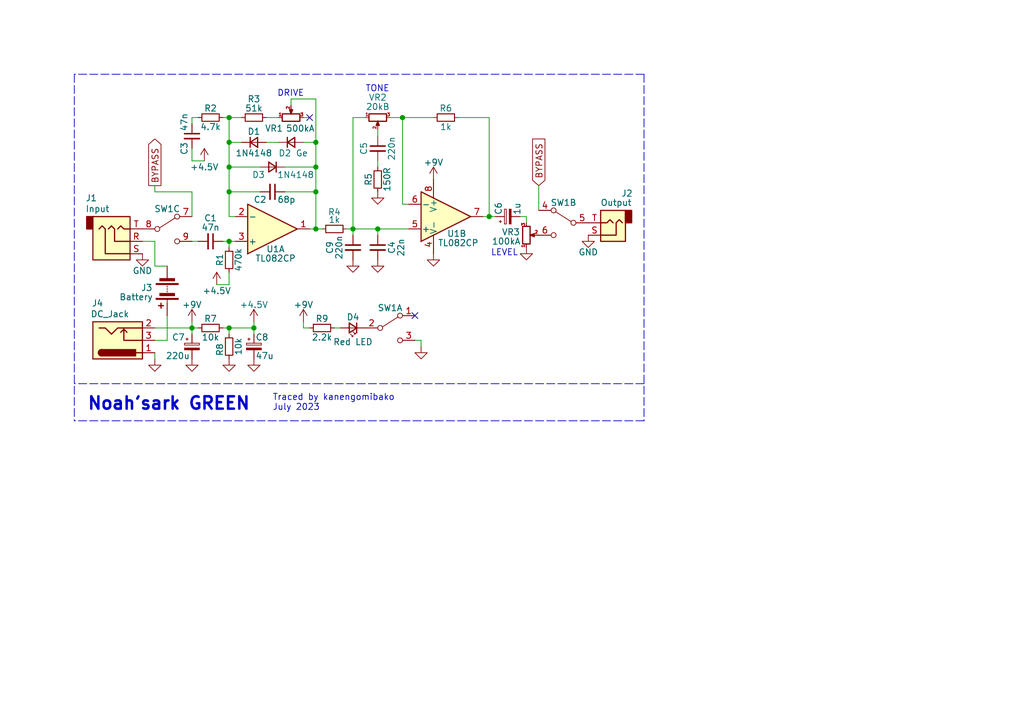
<source format=kicad_sch>
(kicad_sch (version 20230121) (generator eeschema)
  (paper "A5")
  (lib_symbols
    (symbol "Amplifier_Operational:TL082" (pin_names (offset 0.127))
      (property "Reference" "U" (at 0 5.08 0))
      (property "Value" "TL082" (at 0 -5.08 0))
      (symbol "TL082_1_1"
        (polyline (pts (xy -5.08 5.08) (xy 5.08 0) (xy -5.08 -5.08) (xy -5.08 5.08)) (stroke (width 0.254)) (fill (type background)))
        (pin output line (at 7.62 0 180) (length 2.54) (name "~") (number "1"))
        (pin input line (at -7.62 -2.54 0) (length 2.54) (name "-") (number "2"))
        (pin input line (at -7.62 2.54 0) (length 2.54) (name "+") (number "3"))
      )
      (symbol "TL082_2_1"
        (polyline (pts (xy -5.08 5.08) (xy 5.08 0) (xy -5.08 -5.08) (xy -5.08 5.08)) (stroke (width 0.254)) (fill (type background)))
        (pin input line (at -7.62 2.54 0) (length 2.54) (name "+") (number "5"))
        (pin input line (at -7.62 -2.54 0) (length 2.54) (name "-") (number "6"))
        (pin output line (at 7.62 0 180) (length 2.54) (name "~") (number "7"))
      )
      (symbol "TL082_3_1"
        (pin power_in line (at -2.54 -7.62 90) (length 3.81) (name "V-") (number "4"))
        (pin power_in line (at -2.54 7.62 270) (length 3.81) (name "V+") (number "8"))
      )
    )
    (symbol "Connector:Barrel_Jack_Switch" (pin_names hide)
      (property "Reference" "J" (at 0 5.334 0))
      (property "Value" "Barrel_Jack_Switch" (at 0 -5.08 0))
      (symbol "Barrel_Jack_Switch_0_1"
        (rectangle (start -5.08 3.81) (end 5.08 -3.81) (stroke (width 0.254)) (fill (type background)))
        (arc (start -3.302 3.175) (mid -3.9343 2.54) (end -3.302 1.905) (stroke (width 0.254)))
        (arc (start -3.302 3.175) (mid -3.9343 2.54) (end -3.302 1.905) (stroke (width 0.254)) (fill (type outline)))
        (polyline (pts (xy 1.27 -2.286) (xy 1.905 -1.651)) (stroke (width 0.254)))
        (polyline (pts (xy 5.08 2.54) (xy 3.81 2.54)) (stroke (width 0.254)))
        (polyline (pts (xy 5.08 0) (xy 1.27 0) (xy 1.27 -2.286) (xy 0.635 -1.651)) (stroke (width 0.254)))
        (polyline (pts (xy -3.81 -2.54) (xy -2.54 -2.54) (xy -1.27 -1.27) (xy 0 -2.54) (xy 2.54 -2.54) (xy 5.08 -2.54)) (stroke (width 0.254)))
        (rectangle (start 3.683 3.175) (end -3.302 1.905) (stroke (width 0.254)) (fill (type outline)))
      )
      (symbol "Barrel_Jack_Switch_1_1"
        (pin passive line (at 7.62 2.54 180) (length 2.54) (name "~") (number "1"))
        (pin passive line (at 7.62 -2.54 180) (length 2.54) (name "~") (number "2"))
        (pin passive line (at 7.62 0 180) (length 2.54) (name "~") (number "3"))
      )
    )
    (symbol "Connector_Audio:AudioJack2"
      (property "Reference" "J" (at 0 8.89 0))
      (property "Value" "AudioJack2" (at 0 6.35 0))
      (symbol "AudioJack2_0_1"
        (rectangle (start -3.81 0) (end -2.54 -2.54) (stroke (width 0.254)) (fill (type outline)))
        (rectangle (start -2.54 3.81) (end 2.54 -2.54) (stroke (width 0.254)) (fill (type background)))
        (polyline (pts (xy 0 0) (xy 0.635 -0.635) (xy 1.27 0) (xy 2.54 0)) (stroke (width 0.254)))
        (polyline (pts (xy 2.54 2.54) (xy -0.635 2.54) (xy -0.635 0) (xy -1.27 -0.635) (xy -1.905 0)) (stroke (width 0.254)))
      )
      (symbol "AudioJack2_1_1"
        (pin passive line (at 5.08 2.54 180) (length 2.54) (name "~") (number "S"))
        (pin passive line (at 5.08 0 180) (length 2.54) (name "~") (number "T"))
      )
    )
    (symbol "Connector_Audio:AudioJack3"
      (property "Reference" "J" (at 0 8.89 0))
      (property "Value" "AudioJack3" (at 0 6.35 0))
      (symbol "AudioJack3_0_1"
        (rectangle (start -5.08 -5.08) (end -6.35 -2.54) (stroke (width 0.254)) (fill (type outline)))
        (polyline (pts (xy 0 -2.54) (xy 0.635 -3.175) (xy 1.27 -2.54) (xy 2.54 -2.54)) (stroke (width 0.254)))
        (polyline (pts (xy -1.905 -2.54) (xy -1.27 -3.175) (xy -0.635 -2.54) (xy -0.635 0) (xy 2.54 0)) (stroke (width 0.254)))
        (polyline (pts (xy 2.54 2.54) (xy -2.54 2.54) (xy -2.54 -2.54) (xy -3.175 -3.175) (xy -3.81 -2.54)) (stroke (width 0.254)))
        (rectangle (start 2.54 3.81) (end -5.08 -5.08) (stroke (width 0.254)) (fill (type background)))
      )
      (symbol "AudioJack3_1_1"
        (pin passive line (at 5.08 0 180) (length 2.54) (name "~") (number "R"))
        (pin passive line (at 5.08 2.54 180) (length 2.54) (name "~") (number "S"))
        (pin passive line (at 5.08 -2.54 180) (length 2.54) (name "~") (number "T"))
      )
    )
    (symbol "Device:Battery" (pin_numbers hide) (pin_names (offset 0) hide)
      (property "Reference" "BT" (at 2.54 2.54 0))
      (property "Value" "Battery" (at 2.54 0 0))
      (symbol "Battery_0_1"
        (rectangle (start -2.286 -1.27) (end 2.286 -1.524) (fill (type outline)))
        (rectangle (start -2.286 1.778) (end 2.286 1.524) (fill (type outline)))
        (rectangle (start -1.524 -2.032) (end 1.524 -2.54) (fill (type outline)))
        (rectangle (start -1.524 1.016) (end 1.524 0.508) (fill (type outline)))
        (polyline (pts (xy 0 -1.016) (xy 0 -0.762)))
        (polyline (pts (xy 0 -0.508) (xy 0 -0.254)))
        (polyline (pts (xy 0 0) (xy 0 0.254)))
        (polyline (pts (xy 0 1.778) (xy 0 2.54)))
        (polyline (pts (xy 0.762 3.048) (xy 1.778 3.048)) (stroke (width 0.254)))
        (polyline (pts (xy 1.27 3.556) (xy 1.27 2.54)) (stroke (width 0.254)))
      )
      (symbol "Battery_1_1"
        (pin passive line (at 0 5.08 270) (length 2.54) (name "+") (number "1"))
        (pin passive line (at 0 -5.08 90) (length 2.54) (name "-") (number "2"))
      )
    )
    (symbol "Device:C_Polarized_Small" (pin_numbers hide) (pin_names (offset 0.254) hide)
      (property "Reference" "C" (at 0.254 1.778 0))
      (property "Value" "C_Polarized_Small" (at 0.254 -2.032 0))
      (symbol "C_Polarized_Small_0_1"
        (rectangle (start -1.524 -0.3048) (end 1.524 -0.6858) (fill (type outline)))
        (rectangle (start -1.524 0.6858) (end 1.524 0.3048))
        (polyline (pts (xy -1.27 1.524) (xy -0.762 1.524)))
        (polyline (pts (xy -1.016 1.27) (xy -1.016 1.778)))
      )
      (symbol "C_Polarized_Small_1_1"
        (pin passive line (at 0 2.54 270) (length 1.8542) (name "~") (number "1"))
        (pin passive line (at 0 -2.54 90) (length 1.8542) (name "~") (number "2"))
      )
    )
    (symbol "Device:C_Small" (pin_numbers hide) (pin_names (offset 0.254) hide)
      (property "Reference" "C" (at 0.254 1.778 0))
      (property "Value" "C_Small" (at 0.254 -2.032 0))
      (symbol "C_Small_0_1"
        (polyline (pts (xy -1.524 -0.508) (xy 1.524 -0.508)) (stroke (width 0.3302)))
        (polyline (pts (xy -1.524 0.508) (xy 1.524 0.508)) (stroke (width 0.3048)))
      )
      (symbol "C_Small_1_1"
        (pin passive line (at 0 2.54 270) (length 2.032) (name "~") (number "1"))
        (pin passive line (at 0 -2.54 90) (length 2.032) (name "~") (number "2"))
      )
    )
    (symbol "Device:D_Small" (pin_numbers hide) (pin_names (offset 0.254) hide)
      (property "Reference" "D" (at -1.27 2.032 0))
      (property "Value" "D_Small" (at -3.81 -2.032 0))
      (symbol "D_Small_0_1"
        (polyline (pts (xy -0.762 -1.016) (xy -0.762 1.016)) (stroke (width 0.254)))
        (polyline (pts (xy -0.762 0) (xy 0.762 0)))
        (polyline (pts (xy 0.762 -1.016) (xy -0.762 0) (xy 0.762 1.016) (xy 0.762 -1.016)) (stroke (width 0.254)))
      )
      (symbol "D_Small_1_1"
        (pin passive line (at -2.54 0 0) (length 1.778) (name "K") (number "1"))
        (pin passive line (at 2.54 0 180) (length 1.778) (name "A") (number "2"))
      )
    )
    (symbol "Device:LED_Small" (pin_numbers hide) (pin_names (offset 0.254) hide)
      (property "Reference" "D" (at -1.27 3.175 0))
      (property "Value" "LED_Small" (at -4.445 -2.54 0))
      (symbol "LED_Small_0_1"
        (polyline (pts (xy -0.762 -1.016) (xy -0.762 1.016)) (stroke (width 0.254)))
        (polyline (pts (xy 1.016 0) (xy -0.762 0)))
        (polyline (pts (xy 0.762 -1.016) (xy -0.762 0) (xy 0.762 1.016) (xy 0.762 -1.016)) (stroke (width 0.254)))
        (polyline (pts (xy 0 0.762) (xy -0.508 1.27) (xy -0.254 1.27) (xy -0.508 1.27) (xy -0.508 1.016)))
        (polyline (pts (xy 0.508 1.27) (xy 0 1.778) (xy 0.254 1.778) (xy 0 1.778) (xy 0 1.524)))
      )
      (symbol "LED_Small_1_1"
        (pin passive line (at -2.54 0 0) (length 1.778) (name "K") (number "1"))
        (pin passive line (at 2.54 0 180) (length 1.778) (name "A") (number "2"))
      )
    )
    (symbol "Device:R_Potentiometer_Small" (pin_names (offset 1.016) hide)
      (property "Reference" "RV" (at -4.445 0 90))
      (property "Value" "R_Potentiometer_Small" (at -2.54 0 90))
      (symbol "R_Potentiometer_Small_0_1"
        (polyline (pts (xy 0.889 0) (xy 0.635 0) (xy 1.651 0.381) (xy 1.651 -0.381) (xy 0.635 0) (xy 0.889 0)) (fill (type outline)))
        (rectangle (start 0.762 1.8034) (end -0.762 -1.8034) (stroke (width 0.254)))
      )
      (symbol "R_Potentiometer_Small_1_1"
        (pin passive line (at 0 2.54 270) (length 0.635) (name "1") (number "1"))
        (pin passive line (at 2.54 0 180) (length 0.9906) (name "2") (number "2"))
        (pin passive line (at 0 -2.54 90) (length 0.635) (name "3") (number "3"))
      )
    )
    (symbol "Device:R_Small" (pin_numbers hide) (pin_names (offset 0.254) hide)
      (property "Reference" "R" (at 0.762 0.508 0))
      (property "Value" "R_Small" (at 0.762 -1.016 0))
      (symbol "R_Small_0_1"
        (rectangle (start -0.762 1.778) (end 0.762 -1.778) (stroke (width 0.2032)))
      )
      (symbol "R_Small_1_1"
        (pin passive line (at 0 2.54 270) (length 0.762) (name "~") (number "1"))
        (pin passive line (at 0 -2.54 90) (length 0.762) (name "~") (number "2"))
      )
    )
    (symbol "myLib:+4.5V" (power) (pin_names (offset 0))
      (property "Value" "+4.5V" (at 0 3.556 0))
      (symbol "+4.5V_0_1"
        (polyline (pts (xy -0.762 1.27) (xy 0 2.54)))
        (polyline (pts (xy 0 0) (xy 0 2.54)))
        (polyline (pts (xy 0 2.54) (xy 0.762 1.27)))
      )
      (symbol "+4.5V_1_1"
        (pin power_in line (at 0 0 90) (length 0) hide (name "+4.5V") (number "1"))
      )
    )
    (symbol "myLib:SW_3PDT" (pin_names (offset 0) hide)
      (property "Reference" "SW" (at 0 4.318 0))
      (property "Value" "SW_3PDT" (at 0 -5.08 0))
      (symbol "SW_3PDT_0_0"
        (circle (center -2.032 0) (radius 0.508))
        (circle (center 2.032 -2.54) (radius 0.508))
      )
      (symbol "SW_3PDT_0_1"
        (polyline (pts (xy -1.524 0.254) (xy 1.651 2.286)))
        (circle (center 2.032 2.54) (radius 0.508))
      )
      (symbol "SW_3PDT_1_1"
        (pin passive line (at 5.08 2.54 180) (length 2.54) (name "A") (number "1"))
        (pin passive line (at -5.08 0 0) (length 2.54) (name "B") (number "2"))
        (pin passive line (at 5.08 -2.54 180) (length 2.54) (name "C") (number "3"))
      )
      (symbol "SW_3PDT_2_1"
        (pin passive line (at 5.08 2.54 180) (length 2.54) (name "A") (number "4"))
        (pin passive line (at -5.08 0 0) (length 2.54) (name "B") (number "5"))
        (pin passive line (at 5.08 -2.54 180) (length 2.54) (name "C") (number "6"))
      )
      (symbol "SW_3PDT_3_1"
        (pin passive line (at 5.08 2.54 180) (length 2.54) (name "A") (number "7"))
        (pin passive line (at -5.08 0 0) (length 2.54) (name "B") (number "8"))
        (pin passive line (at 5.08 -2.54 180) (length 2.54) (name "C") (number "9"))
      )
    )
    (symbol "power:+9V" (power) (pin_names (offset 0))
      (property "Value" "+9V" (at 0 3.556 0))
      (symbol "+9V_0_1"
        (polyline (pts (xy -0.762 1.27) (xy 0 2.54)))
        (polyline (pts (xy 0 0) (xy 0 2.54)))
        (polyline (pts (xy 0 2.54) (xy 0.762 1.27)))
      )
      (symbol "+9V_1_1"
        (pin power_in line (at 0 0 90) (length 0) hide (name "+9V") (number "1"))
      )
    )
    (symbol "power:GND" (power) (pin_names (offset 0))
      (property "Value" "GND" (at 0 -3.81 0))
      (symbol "GND_0_1"
        (polyline (pts (xy 0 0) (xy 0 -1.27) (xy 1.27 -1.27) (xy 0 -2.54) (xy -1.27 -1.27) (xy 0 -1.27)))
      )
      (symbol "GND_1_1"
        (pin power_in line (at 0 0 270) (length 0) hide (name "GND") (number "1"))
      )
    )
  )
  (junction (at 77.47 46.99))
  (junction (at 46.99 67.31))
  (junction (at 100.33 44.45))
  (junction (at 82.55 24.13))
  (junction (at 64.77 39.37))
  (junction (at 46.99 24.13))
  (junction (at 46.99 39.37))
  (junction (at 46.99 49.53))
  (junction (at 52.07 67.31))
  (junction (at 39.37 67.31))
  (junction (at 64.77 46.99))
  (junction (at 64.77 29.21))
  (junction (at 46.99 29.21))
  (junction (at 64.77 34.29))
  (junction (at 72.39 46.99))
  (junction (at 46.99 34.29))
  (no_connect (at 63.5 24.13))
  (no_connect (at 85.09 64.77))
  (wire (pts (xy 48.26 44.45) (xy 46.99 44.45)))
  (wire (pts (xy 31.75 69.85) (xy 34.29 69.85)))
  (wire (pts (xy 44.45 58.42) (xy 46.99 58.42)))
  (wire (pts (xy 62.23 29.21) (xy 64.77 29.21)))
  (wire (pts (xy 99.06 44.45) (xy 100.33 44.45)))
  (wire (pts (xy 77.47 46.99) (xy 77.47 48.26)))
  (wire (pts (xy 39.37 67.31) (xy 40.64 67.31)))
  (wire (pts (xy 72.39 46.99) (xy 72.39 48.26)))
  (wire (pts (xy 39.37 39.37) (xy 31.75 39.37)))
  (wire (pts (xy 31.75 67.31) (xy 39.37 67.31)))
  (wire (pts (xy 83.82 41.91) (xy 82.55 41.91)))
  (wire (pts (xy 72.39 46.99) (xy 72.39 24.13)))
  (wire (pts (xy 71.12 46.99) (xy 72.39 46.99)))
  (wire (pts (xy 46.99 44.45) (xy 46.99 39.37)))
  (wire (pts (xy 29.21 49.53) (xy 31.75 49.53)))
  (wire (pts (xy 77.47 33.02) (xy 77.47 34.29)))
  (wire (pts (xy 64.77 20.32) (xy 64.77 29.21)))
  (polyline (pts (xy 132.08 86.36) (xy 15.24 86.36)) (stroke (width 0) (type dash)))
  (wire (pts (xy 68.58 67.31) (xy 69.85 67.31)))
  (wire (pts (xy 80.01 24.13) (xy 82.55 24.13)))
  (polyline (pts (xy 132.08 15.24) (xy 15.24 15.24)) (stroke (width 0) (type dash)))
  (wire (pts (xy 106.68 44.45) (xy 107.95 44.45)))
  (wire (pts (xy 54.61 29.21) (xy 57.15 29.21)))
  (wire (pts (xy 31.75 49.53) (xy 31.75 54.61)))
  (wire (pts (xy 93.98 24.13) (xy 100.33 24.13)))
  (wire (pts (xy 39.37 44.45) (xy 39.37 39.37)))
  (wire (pts (xy 45.72 67.31) (xy 46.99 67.31)))
  (wire (pts (xy 52.07 67.31) (xy 52.07 68.58)))
  (wire (pts (xy 107.95 44.45) (xy 107.95 45.72)))
  (wire (pts (xy 40.64 49.53) (xy 39.37 49.53)))
  (wire (pts (xy 34.29 64.77) (xy 34.29 69.85)))
  (wire (pts (xy 46.99 39.37) (xy 53.34 39.37)))
  (wire (pts (xy 58.42 39.37) (xy 64.77 39.37)))
  (wire (pts (xy 52.07 66.04) (xy 52.07 67.31)))
  (wire (pts (xy 64.77 39.37) (xy 64.77 46.99)))
  (wire (pts (xy 39.37 25.4) (xy 39.37 24.13)))
  (wire (pts (xy 100.33 24.13) (xy 100.33 44.45)))
  (wire (pts (xy 39.37 24.13) (xy 40.64 24.13)))
  (wire (pts (xy 46.99 49.53) (xy 46.99 50.8)))
  (wire (pts (xy 77.47 26.67) (xy 77.47 27.94)))
  (wire (pts (xy 39.37 66.04) (xy 39.37 67.31)))
  (wire (pts (xy 41.91 33.02) (xy 39.37 33.02)))
  (wire (pts (xy 59.69 21.59) (xy 59.69 20.32)))
  (polyline (pts (xy 132.08 78.74) (xy 15.24 78.74)) (stroke (width 0) (type dash)))
  (wire (pts (xy 110.49 38.1) (xy 110.49 43.18)))
  (wire (pts (xy 82.55 24.13) (xy 88.9 24.13)))
  (wire (pts (xy 100.33 44.45) (xy 101.6 44.45)))
  (wire (pts (xy 49.53 29.21) (xy 46.99 29.21)))
  (wire (pts (xy 82.55 41.91) (xy 82.55 24.13)))
  (wire (pts (xy 46.99 39.37) (xy 46.99 34.29)))
  (wire (pts (xy 31.75 38.1) (xy 31.75 39.37)))
  (wire (pts (xy 72.39 24.13) (xy 74.93 24.13)))
  (wire (pts (xy 46.99 29.21) (xy 46.99 24.13)))
  (wire (pts (xy 77.47 46.99) (xy 83.82 46.99)))
  (wire (pts (xy 46.99 34.29) (xy 53.34 34.29)))
  (wire (pts (xy 58.42 34.29) (xy 64.77 34.29)))
  (wire (pts (xy 63.5 46.99) (xy 64.77 46.99)))
  (wire (pts (xy 45.72 49.53) (xy 46.99 49.53)))
  (wire (pts (xy 46.99 24.13) (xy 49.53 24.13)))
  (wire (pts (xy 46.99 29.21) (xy 46.99 34.29)))
  (wire (pts (xy 31.75 73.66) (xy 31.75 72.39)))
  (wire (pts (xy 64.77 46.99) (xy 66.04 46.99)))
  (wire (pts (xy 46.99 67.31) (xy 52.07 67.31)))
  (wire (pts (xy 31.75 54.61) (xy 34.29 54.61)))
  (polyline (pts (xy 132.08 15.24) (xy 132.08 86.36)) (stroke (width 0) (type dash)))
  (polyline (pts (xy 15.24 15.24) (xy 15.24 86.36)) (stroke (width 0) (type dash)))
  (wire (pts (xy 39.37 30.48) (xy 39.37 33.02)))
  (wire (pts (xy 46.99 55.88) (xy 46.99 58.42)))
  (wire (pts (xy 64.77 34.29) (xy 64.77 39.37)))
  (wire (pts (xy 46.99 49.53) (xy 48.26 49.53)))
  (wire (pts (xy 72.39 46.99) (xy 77.47 46.99)))
  (wire (pts (xy 85.09 69.85) (xy 86.36 69.85)))
  (wire (pts (xy 64.77 29.21) (xy 64.77 34.29)))
  (wire (pts (xy 62.23 67.31) (xy 63.5 67.31)))
  (wire (pts (xy 46.99 67.31) (xy 46.99 68.58)))
  (wire (pts (xy 59.69 20.32) (xy 64.77 20.32)))
  (wire (pts (xy 86.36 69.85) (xy 86.36 71.12)))
  (wire (pts (xy 62.23 66.04) (xy 62.23 67.31)))
  (wire (pts (xy 54.61 24.13) (xy 57.15 24.13)))
  (wire (pts (xy 62.23 24.13) (xy 63.5 24.13)))
  (wire (pts (xy 39.37 67.31) (xy 39.37 68.58)))
  (wire (pts (xy 45.72 24.13) (xy 46.99 24.13)))
  (text "Noah'sark GREEN" (at 17.78 84.455 0) (effects (font (size 2.54 2.54) (thickness 0.508) bold) (justify left bottom)))
  (text "DRIVE" (at 56.8325 20.0025 0) (effects (font (size 1.27 1.27)) (justify left bottom)))
  (text "Traced by kanengomibako\nJuly 2023" (at 55.88 84.455 0) (effects (font (size 1.27 1.27)) (justify left bottom)))
  (text "LEVEL" (at 100.6475 52.705 0) (effects (font (size 1.27 1.27)) (justify left bottom)))
  (text "TONE" (at 74.93 19.05 0) (effects (font (size 1.27 1.27)) (justify left bottom)))
  (global_label "BYPASS" (shape output) (at 31.75 38.1 90) (property "Intersheetrefs" "${INTERSHEET_REFS}" (effects hide)))
  (global_label "BYPASS" (shape input) (at 110.49 38.1 90) (property "Intersheetrefs" "${INTERSHEET_REFS}" (effects hide)))
  (symbol (lib_id "power:GND") (at 31.75 73.66 0) (unit 1)
    (property "Reference" "#PWR02" (effects hide))
    (property "Value" "GND" (effects hide))
  )
  (symbol (lib_id "Device:R_Small") (at 46.99 71.12 0) (unit 1)
    (property "Reference" "R8" (at 45.085 71.755 90))
    (property "Value" "10k" (at 48.895 71.12 90))
    (property "Footprint" "myFoot:my_R_P9mm_Horizontal" (effects hide))
  )
  (symbol (lib_id "Device:LED_Small") (at 72.39 67.31 180) (unit 1)
    (property "Reference" "D4" (at 72.39 65.0875 0))
    (property "Value" "Red LED" (at 72.39 70.1675 0))
    (property "Footprint" "LED_THT:LED_D3.0mm" (effects hide))
  )
  (symbol (lib_id "Device:C_Small") (at 39.37 27.94 0) (unit 1)
    (property "Reference" "C3" (at 37.7825 30.48 90))
    (property "Value" "47n" (at 37.7825 25.0825 90))
    (property "Footprint" "Capacitor_THT:C_Rect_L7.0mm_W2.5mm_P5.00mm" (effects hide))
  )
  (symbol (lib_id "Device:C_Small") (at 77.47 30.48 0) (unit 1)
    (property "Reference" "C5" (at 74.6125 30.48 90))
    (property "Value" "220n" (at 80.3275 30.48 90))
    (property "Footprint" "Capacitor_THT:C_Rect_L7.0mm_W2.5mm_P5.00mm" (effects hide))
  )
  (symbol (lib_id "power:GND") (at 77.47 53.34 0) (unit 1)
    (property "Reference" "#PWR09" (effects hide))
    (property "Value" "GND" (effects hide))
  )
  (symbol (lib_id "Device:C_Polarized_Small") (at 52.07 71.12 0) (unit 1)
    (property "Reference" "C8" (at 52.3875 69.215 0) (effects (justify left)))
    (property "Value" "47u" (at 52.3875 73.025 0) (effects (justify left)))
    (property "Footprint" "Capacitor_THT:CP_Radial_D5.0mm_P2.50mm" (effects hide))
  )
  (symbol (lib_id "Device:C_Small") (at 43.18 49.53 270) (unit 1)
    (property "Reference" "C1" (at 43.18 44.7675 90))
    (property "Value" "47n" (at 43.18 46.6725 90))
    (property "Footprint" "Capacitor_THT:C_Rect_L7.0mm_W2.5mm_P5.00mm" (effects hide))
  )
  (symbol (lib_id "power:GND") (at 120.65 48.26 0) (unit 1)
    (property "Reference" "#PWR017" (effects hide))
    (property "Value" "GND" (at 120.65 51.7525 0))
  )
  (symbol (lib_id "power:GND") (at 88.9 52.07 0) (unit 1)
    (property "Reference" "#PWR012" (effects hide))
    (property "Value" "GND" (effects hide))
  )
  (symbol (lib_id "Device:R_Small") (at 68.58 46.99 270) (unit 1)
    (property "Reference" "R4" (at 68.58 43.4975 90))
    (property "Value" "1k" (at 68.58 45.085 90))
    (property "Footprint" "myFoot:my_R_P6mm_Horizontal" (effects hide))
  )
  (symbol (lib_id "Device:R_Small") (at 66.04 67.31 270) (unit 1)
    (property "Reference" "R9" (at 66.04 65.405 90))
    (property "Value" "2.2k" (at 66.04 69.215 90))
    (property "Footprint" "myFoot:my_R_P6mm_Horizontal" (effects hide))
  )
  (symbol (lib_id "Amplifier_Operational:TL082") (at 91.44 44.45 0) (unit 3)
    (property "Reference" "U1" (effects hide))
    (property "Value" "TL082CP" (effects hide))
    (property "Footprint" "Package_DIP:DIP-8_W7.62mm" (effects hide))
    (property "Datasheet" "http://www.ti.com/lit/ds/symlink/tl081.pdf" (effects hide))
  )
  (symbol (lib_id "power:GND") (at 86.36 71.12 0) (unit 1)
    (property "Reference" "#PWR016" (effects hide))
    (property "Value" "GND" (effects hide))
  )
  (symbol (lib_id "Device:C_Polarized_Small") (at 104.14 44.45 90) (unit 1)
    (property "Reference" "C6" (at 102.235 44.1325 0) (effects (justify left)))
    (property "Value" "1u" (at 106.045 44.1325 0) (effects (justify left)))
    (property "Footprint" "Capacitor_THT:CP_Radial_D5.0mm_P2.50mm" (effects hide))
  )
  (symbol (lib_id "myLib:SW_3PDT") (at 34.29 46.99 0) (unit 3)
    (property "Reference" "SW1" (at 34.29 42.8625 0))
    (property "Value" "SW" (effects hide))
    (property "Footprint" "myFoot:my_sw_3pdt" (effects hide))
  )
  (symbol (lib_id "Device:D_Small") (at 59.69 29.21 0) (unit 1)
    (property "Reference" "D2" (at 58.42 31.4325 0))
    (property "Value" "Ge" (at 61.9125 31.4325 0))
    (property "Footprint" "Diode_THT:D_DO-41_SOD81_P10.16mm_Horizontal" (effects hide))
  )
  (symbol (lib_id "Device:R_Small") (at 52.07 24.13 270) (unit 1)
    (property "Reference" "R3" (at 52.07 20.32 90))
    (property "Value" "51k" (at 52.07 22.225 90))
    (property "Footprint" "myFoot:my_R_P9mm_Horizontal" (effects hide))
  )
  (symbol (lib_id "power:+9V") (at 88.9 36.83 0) (unit 1)
    (property "Reference" "#PWR011" (effects hide))
    (property "Value" "+9V" (at 88.9 33.3375 0))
  )
  (symbol (lib_id "Device:C_Polarized_Small") (at 39.37 71.12 0) (unit 1)
    (property "Reference" "C7" (at 35.2425 69.215 0) (effects (justify left)))
    (property "Value" "220u" (at 33.9725 73.025 0) (effects (justify left)))
    (property "Footprint" "Capacitor_THT:CP_Radial_D5.0mm_P2.50mm" (effects hide))
  )
  (symbol (lib_id "Device:R_Small") (at 91.44 24.13 270) (unit 1)
    (property "Reference" "R6" (at 91.44 22.225 90))
    (property "Value" "1k" (at 91.44 26.035 90))
    (property "Footprint" "myFoot:my_R_P6mm_Horizontal" (effects hide))
  )
  (symbol (lib_id "Device:R_Potentiometer_Small") (at 59.69 24.13 90) (unit 1)
    (property "Reference" "VR1" (at 56.1975 26.3525 90))
    (property "Value" "500kA" (at 61.595 26.3525 90))
    (property "Footprint" "myFoot:my_pot_5mm" (effects hide))
  )
  (symbol (lib_id "myLib:+4.5V") (at 41.91 33.02 0) (unit 1)
    (property "Reference" "#PWR07" (effects hide))
    (property "Value" "+4.5V" (at 41.91 34.29 0))
  )
  (symbol (lib_id "myLib:+4.5V") (at 44.45 58.42 0) (unit 1)
    (property "Reference" "#PWR06" (effects hide))
    (property "Value" "+4.5V" (at 44.45 59.69 0))
  )
  (symbol (lib_id "Device:C_Small") (at 55.88 39.37 270) (unit 1)
    (property "Reference" "C2" (at 53.34 40.9575 90))
    (property "Value" "68p" (at 58.7375 40.9575 90))
    (property "Footprint" "Capacitor_THT:C_Rect_L7.0mm_W2.5mm_P5.00mm" (effects hide))
  )
  (symbol (lib_id "Connector:Barrel_Jack_Switch") (at 24.13 69.85 0) (mirror x) (unit 1)
    (property "Reference" "J4" (at 20.0025 62.23 0))
    (property "Value" "DC_Jack" (at 22.5425 64.4525 0))
    (property "Footprint" "Connector_PinHeader_2.54mm:PinHeader_1x03_P2.54mm_Vertical" (effects hide))
  )
  (symbol (lib_id "Device:Battery") (at 34.29 59.69 180) (unit 1)
    (property "Reference" "J3" (at 28.8925 59.055 0) (effects (justify right)))
    (property "Value" "Battery" (at 24.4475 60.96 0) (effects (justify right)))
    (property "Footprint" "Connector_PinHeader_2.54mm:PinHeader_1x02_P2.54mm_Vertical" (effects hide))
  )
  (symbol (lib_id "power:GND") (at 29.21 52.07 0) (unit 1)
    (property "Reference" "#PWR018" (effects hide))
    (property "Value" "GND" (at 29.21 55.5625 0))
  )
  (symbol (lib_id "Connector_Audio:AudioJack2") (at 125.73 45.72 180) (unit 1)
    (property "Reference" "J2" (at 128.5875 39.6875 0))
    (property "Value" "Output" (at 126.365 41.5925 0))
    (property "Footprint" "Connector_PinHeader_2.54mm:PinHeader_1x02_P2.54mm_Vertical" (effects hide))
  )
  (symbol (lib_id "Connector_Audio:AudioJack3") (at 24.13 49.53 0) (mirror x) (unit 1)
    (property "Reference" "J1" (at 18.7325 40.64 0))
    (property "Value" "Input" (at 20.0025 42.8625 0))
    (property "Footprint" "Connector_PinHeader_2.54mm:PinHeader_1x03_P2.54mm_Vertical" (effects hide))
  )
  (symbol (lib_id "power:GND") (at 46.99 73.66 0) (unit 1)
    (property "Reference" "#PWR04" (effects hide))
    (property "Value" "GND" (effects hide))
  )
  (symbol (lib_id "Device:C_Small") (at 77.47 50.8 0) (unit 1)
    (property "Reference" "C4" (at 80.3275 50.8 90))
    (property "Value" "22n" (at 82.2325 50.8 90))
    (property "Footprint" "Capacitor_THT:C_Rect_L7.0mm_W2.5mm_P5.00mm" (effects hide))
  )
  (symbol (lib_id "power:GND") (at 72.39 53.34 0) (unit 1)
    (property "Reference" "#PWR08" (effects hide))
    (property "Value" "GND" (effects hide))
  )
  (symbol (lib_id "Device:D_Small") (at 55.88 34.29 180) (unit 1)
    (property "Reference" "D3" (at 53.0225 35.8775 0))
    (property "Value" "1N4148" (at 60.6425 35.8775 0))
    (property "Footprint" "Diode_THT:D_DO-41_SOD81_P10.16mm_Horizontal" (effects hide))
  )
  (symbol (lib_id "Device:R_Small") (at 43.18 67.31 270) (unit 1)
    (property "Reference" "R7" (at 43.18 65.405 90))
    (property "Value" "10k" (at 43.18 69.215 90))
    (property "Footprint" "myFoot:my_R_P9mm_Horizontal" (effects hide))
  )
  (symbol (lib_id "Device:R_Potentiometer_Small") (at 107.95 48.26 0) (mirror x) (unit 1)
    (property "Reference" "VR3" (at 104.775 47.625 0))
    (property "Value" "100kA" (at 103.8225 49.53 0))
    (property "Footprint" "myFoot:my_pot_5mm" (effects hide))
  )
  (symbol (lib_id "power:+9V") (at 39.37 66.04 0) (unit 1)
    (property "Reference" "#PWR01" (effects hide))
    (property "Value" "+9V" (at 39.37 62.5475 0))
  )
  (symbol (lib_id "power:+9V") (at 62.23 66.04 0) (unit 1)
    (property "Reference" "#PWR015" (effects hide))
    (property "Value" "+9V" (at 62.23 62.5475 0))
  )
  (symbol (lib_id "Device:R_Potentiometer_Small") (at 77.47 24.13 90) (mirror x) (unit 1)
    (property "Reference" "VR2" (at 77.47 20.0025 90))
    (property "Value" "20kB" (at 77.47 21.9075 90))
    (property "Footprint" "myFoot:my_pot_5mm" (effects hide))
  )
  (symbol (lib_id "Device:C_Small") (at 72.39 50.8 0) (unit 1)
    (property "Reference" "C9" (at 67.6275 50.8 90))
    (property "Value" "220n" (at 69.5325 50.8 90))
    (property "Footprint" "Capacitor_THT:C_Rect_L7.0mm_W2.5mm_P5.00mm" (effects hide))
  )
  (symbol (lib_id "myLib:SW_3PDT") (at 80.01 67.31 0) (unit 1)
    (property "Reference" "SW1" (at 80.01 63.1825 0))
    (property "Value" "SW" (effects hide))
    (property "Footprint" "myFoot:my_sw_3pdt" (effects hide))
  )
  (symbol (lib_id "power:GND") (at 77.47 39.37 0) (unit 1)
    (property "Reference" "#PWR010" (effects hide))
    (property "Value" "GND" (effects hide))
  )
  (symbol (lib_id "Device:R_Small") (at 46.99 53.34 0) (unit 1)
    (property "Reference" "R1" (at 45.085 53.34 90))
    (property "Value" "470k" (at 48.895 53.34 90))
    (property "Footprint" "myFoot:my_R_P6mm_Horizontal" (effects hide))
  )
  (symbol (lib_id "power:GND") (at 107.95 50.8 0) (unit 1)
    (property "Reference" "#PWR013" (effects hide))
    (property "Value" "GND" (effects hide))
  )
  (symbol (lib_id "myLib:SW_3PDT") (at 115.57 45.72 0) (mirror y) (unit 2)
    (property "Reference" "SW1" (at 115.57 41.5925 0))
    (property "Value" "SW" (effects hide))
    (property "Footprint" "myFoot:my_sw_3pdt" (effects hide))
  )
  (symbol (lib_id "Amplifier_Operational:TL082") (at 55.88 46.99 0) (mirror x) (unit 1)
    (property "Reference" "U1" (at 56.515 51.1175 0))
    (property "Value" "TL082CP" (at 56.515 53.0225 0))
    (property "Footprint" "Package_DIP:DIP-8_W7.62mm" (effects hide))
    (property "Datasheet" "http://www.ti.com/lit/ds/symlink/tl081.pdf" (effects hide))
  )
  (symbol (lib_id "Device:D_Small") (at 52.07 29.21 0) (unit 1)
    (property "Reference" "D1" (at 52.07 26.9875 0))
    (property "Value" "1N4148" (at 52.07 31.4325 0))
    (property "Footprint" "Diode_THT:D_DO-41_SOD81_P10.16mm_Horizontal" (effects hide))
  )
  (symbol (lib_id "Amplifier_Operational:TL082") (at 91.44 44.45 0) (mirror x) (unit 2)
    (property "Reference" "U1" (at 93.6625 47.9425 0))
    (property "Value" "TL082CP" (at 93.98 49.8475 0))
    (property "Footprint" "Package_DIP:DIP-8_W7.62mm" (effects hide))
    (property "Datasheet" "http://www.ti.com/lit/ds/symlink/tl081.pdf" (effects hide))
  )
  (symbol (lib_id "power:GND") (at 52.07 73.66 0) (unit 1)
    (property "Reference" "#PWR05" (effects hide))
    (property "Value" "GND" (effects hide))
  )
  (symbol (lib_id "myLib:+4.5V") (at 52.07 66.04 0) (unit 1)
    (property "Reference" "#PWR014" (effects hide))
    (property "Value" "+4.5V" (at 52.07 62.5475 0))
  )
  (symbol (lib_id "Device:R_Small") (at 77.47 36.83 0) (unit 1)
    (property "Reference" "R5" (at 75.565 36.83 90))
    (property "Value" "150R" (at 79.375 36.83 90))
    (property "Footprint" "myFoot:my_R_P6mm_Horizontal" (effects hide))
  )
  (symbol (lib_id "power:GND") (at 39.37 73.66 0) (unit 1)
    (property "Reference" "#PWR03" (effects hide))
    (property "Value" "GND" (effects hide))
  )
  (symbol (lib_id "Device:R_Small") (at 43.18 24.13 270) (unit 1)
    (property "Reference" "R2" (at 43.18 22.225 90))
    (property "Value" "4.7k" (at 43.18 26.035 90))
    (property "Footprint" "myFoot:my_R_P9mm_Horizontal" (effects hide))
  )
)
</source>
